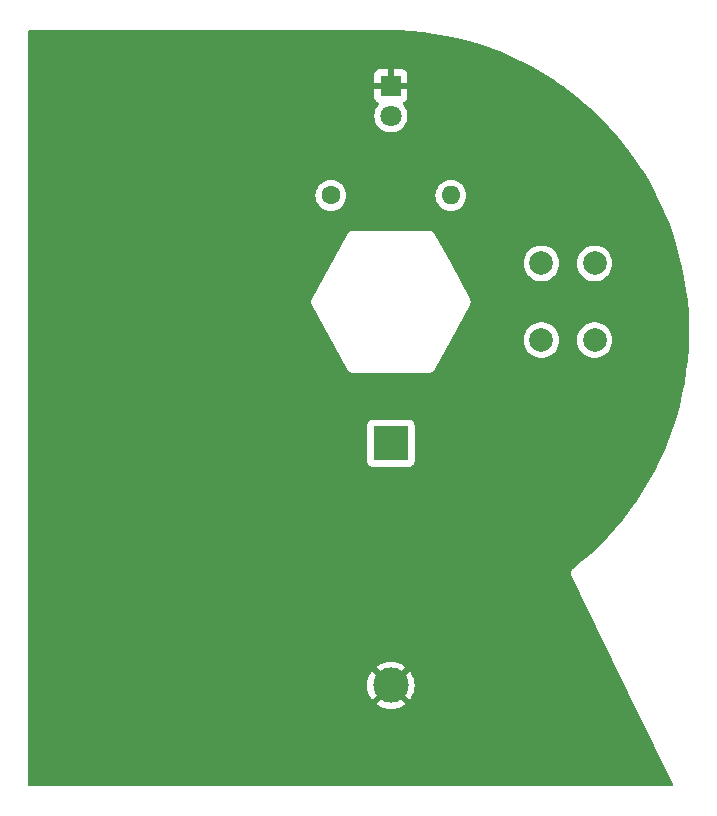
<source format=gbr>
%TF.GenerationSoftware,KiCad,Pcbnew,8.0.1-8.0.1-0~ubuntu20.04.1*%
%TF.CreationDate,2024-04-26T13:56:55+02:00*%
%TF.ProjectId,reaktor51_led,7265616b-746f-4723-9531-5f6c65642e6b,1*%
%TF.SameCoordinates,Original*%
%TF.FileFunction,Copper,L2,Bot*%
%TF.FilePolarity,Positive*%
%FSLAX46Y46*%
G04 Gerber Fmt 4.6, Leading zero omitted, Abs format (unit mm)*
G04 Created by KiCad (PCBNEW 8.0.1-8.0.1-0~ubuntu20.04.1) date 2024-04-26 13:56:55*
%MOMM*%
%LPD*%
G01*
G04 APERTURE LIST*
%TA.AperFunction,ComponentPad*%
%ADD10C,2.000000*%
%TD*%
%TA.AperFunction,ComponentPad*%
%ADD11R,3.000000X3.000000*%
%TD*%
%TA.AperFunction,ComponentPad*%
%ADD12C,3.000000*%
%TD*%
%TA.AperFunction,ComponentPad*%
%ADD13C,1.600000*%
%TD*%
%TA.AperFunction,ComponentPad*%
%ADD14O,1.600000X1.600000*%
%TD*%
%TA.AperFunction,ComponentPad*%
%ADD15R,1.800000X1.800000*%
%TD*%
%TA.AperFunction,ComponentPad*%
%ADD16C,1.800000*%
%TD*%
G04 APERTURE END LIST*
D10*
%TO.P,SW1,1,1*%
%TO.N,Net-(BT1-+)*%
X174000000Y-71750000D03*
X174000000Y-65250000D03*
%TO.P,SW1,2,2*%
%TO.N,Net-(R1-Pad2)*%
X178500000Y-71750000D03*
X178500000Y-65250000D03*
%TD*%
D11*
%TO.P,BT1,1,+*%
%TO.N,Net-(BT1-+)*%
X161250000Y-80500000D03*
D12*
%TO.P,BT1,2,-*%
%TO.N,GND*%
X161250000Y-100990000D03*
%TD*%
D13*
%TO.P,R1,1*%
%TO.N,Net-(D1-A)*%
X156170000Y-59500000D03*
D14*
%TO.P,R1,2*%
%TO.N,Net-(R1-Pad2)*%
X166330000Y-59500000D03*
%TD*%
D15*
%TO.P,D1,1,K*%
%TO.N,GND*%
X161250000Y-50225000D03*
D16*
%TO.P,D1,2,A*%
%TO.N,Net-(D1-A)*%
X161250000Y-52765000D03*
%TD*%
%TA.AperFunction,Conductor*%
%TO.N,GND*%
G36*
X161001187Y-45500523D02*
G01*
X161985030Y-45519578D01*
X161989779Y-45519763D01*
X162970943Y-45576831D01*
X162975727Y-45577202D01*
X163953927Y-45672218D01*
X163958664Y-45672772D01*
X164932447Y-45805595D01*
X164937188Y-45806336D01*
X165905079Y-45976764D01*
X165909794Y-45977688D01*
X166870388Y-46185474D01*
X166875032Y-46186573D01*
X167826881Y-46431405D01*
X167831442Y-46432672D01*
X168773136Y-46714190D01*
X168777644Y-46715634D01*
X169707672Y-47033386D01*
X169712158Y-47035015D01*
X170629199Y-47388547D01*
X170633621Y-47390351D01*
X171536286Y-47779129D01*
X171540621Y-47781097D01*
X171853662Y-47930549D01*
X172427518Y-48204519D01*
X172431811Y-48206671D01*
X172776398Y-48387889D01*
X173301696Y-48664144D01*
X173305867Y-48666443D01*
X174157322Y-49157221D01*
X174161436Y-49159699D01*
X174993301Y-49683112D01*
X174997281Y-49685726D01*
X175419795Y-49975000D01*
X175808212Y-50240930D01*
X175812122Y-50243719D01*
X176600976Y-50829930D01*
X176604774Y-50832869D01*
X177370305Y-51449162D01*
X177373957Y-51452220D01*
X177694134Y-51731087D01*
X178115079Y-52097720D01*
X178118639Y-52100944D01*
X178834188Y-52774637D01*
X178837620Y-52777996D01*
X179526544Y-53478890D01*
X179529844Y-53482380D01*
X179698826Y-53668171D01*
X180116413Y-54127298D01*
X180191103Y-54209417D01*
X180194265Y-54213031D01*
X180826906Y-54965165D01*
X180829925Y-54968900D01*
X181432924Y-55744911D01*
X181435797Y-55748759D01*
X182008319Y-56547573D01*
X182011041Y-56551530D01*
X182552211Y-57371928D01*
X182554776Y-57375987D01*
X183063762Y-58216709D01*
X183066145Y-58220823D01*
X183542213Y-59080656D01*
X183544433Y-59084855D01*
X183978789Y-59946488D01*
X183986839Y-59962457D01*
X183988917Y-59966786D01*
X184397012Y-60860869D01*
X184398921Y-60865276D01*
X184772078Y-61774466D01*
X184773815Y-61778944D01*
X185111484Y-62701902D01*
X185113046Y-62706443D01*
X185414717Y-63641759D01*
X185416103Y-63646357D01*
X185681343Y-64592705D01*
X185682549Y-64597354D01*
X185910932Y-65553206D01*
X185911958Y-65557897D01*
X186103166Y-66521924D01*
X186104009Y-66526652D01*
X186257743Y-67497348D01*
X186258402Y-67502105D01*
X186374432Y-68478027D01*
X186374906Y-68482806D01*
X186453057Y-69462471D01*
X186453346Y-69467265D01*
X186493504Y-70449209D01*
X186493608Y-70454011D01*
X186495711Y-71436823D01*
X186495628Y-71441624D01*
X186459675Y-72423757D01*
X186459406Y-72428552D01*
X186385449Y-73408540D01*
X186384995Y-73413321D01*
X186273145Y-74389727D01*
X186272506Y-74394487D01*
X186122935Y-75365803D01*
X186122113Y-75370535D01*
X185935030Y-76335391D01*
X185934024Y-76340087D01*
X185709734Y-77296914D01*
X185708548Y-77301567D01*
X185447367Y-78249023D01*
X185446001Y-78253628D01*
X185148329Y-79190257D01*
X185146786Y-79194804D01*
X184813081Y-80119169D01*
X184811364Y-80123654D01*
X184442089Y-81034469D01*
X184440198Y-81038884D01*
X184035950Y-81934674D01*
X184033890Y-81939012D01*
X183595265Y-82818463D01*
X183593039Y-82822719D01*
X183120675Y-83684550D01*
X183118286Y-83688716D01*
X182612898Y-84531620D01*
X182610349Y-84535690D01*
X182072704Y-85358386D01*
X182069999Y-85362354D01*
X181500921Y-86163586D01*
X181498065Y-86167447D01*
X180898381Y-86946050D01*
X180895378Y-86949798D01*
X180265962Y-87704635D01*
X180262815Y-87708263D01*
X179604675Y-88438124D01*
X179601391Y-88441627D01*
X178915473Y-89145466D01*
X178912055Y-89148840D01*
X178199397Y-89825590D01*
X178195851Y-89828829D01*
X177457531Y-90477468D01*
X177453862Y-90480568D01*
X176737697Y-91062188D01*
X176725320Y-91070079D01*
X176725599Y-91070502D01*
X176718817Y-91074981D01*
X176681281Y-91107546D01*
X176676319Y-91111631D01*
X176637153Y-91142200D01*
X176637149Y-91142204D01*
X176637076Y-91142302D01*
X176619371Y-91161262D01*
X176619278Y-91161341D01*
X176619273Y-91161347D01*
X176591442Y-91202520D01*
X176587708Y-91207747D01*
X176557793Y-91247407D01*
X176557791Y-91247410D01*
X176557749Y-91247515D01*
X176545547Y-91270425D01*
X176545478Y-91270526D01*
X176529259Y-91317482D01*
X176527003Y-91323502D01*
X176508365Y-91369569D01*
X176508365Y-91369571D01*
X176508350Y-91369693D01*
X176502493Y-91394977D01*
X176502453Y-91395090D01*
X176502453Y-91395093D01*
X176498938Y-91444664D01*
X176498317Y-91451065D01*
X176492239Y-91500360D01*
X176492240Y-91500368D01*
X176492255Y-91500475D01*
X176493143Y-91526428D01*
X176493135Y-91526538D01*
X176493135Y-91526550D01*
X176502565Y-91575309D01*
X176503623Y-91581655D01*
X176510515Y-91630876D01*
X176510560Y-91630980D01*
X176518133Y-91655813D01*
X176518155Y-91655929D01*
X176518156Y-91655933D01*
X176539900Y-91700623D01*
X176542560Y-91706472D01*
X176561948Y-91752209D01*
X176562012Y-91752291D01*
X176575765Y-91774335D01*
X182025265Y-102974699D01*
X185113159Y-109321249D01*
X185124788Y-109390144D01*
X185097324Y-109454389D01*
X185039487Y-109493588D01*
X185001656Y-109499500D01*
X130624500Y-109499500D01*
X130557461Y-109479815D01*
X130511706Y-109427011D01*
X130500500Y-109375500D01*
X130500500Y-100990001D01*
X159244891Y-100990001D01*
X159265300Y-101275362D01*
X159326109Y-101554895D01*
X159426091Y-101822958D01*
X159563191Y-102074038D01*
X159563196Y-102074046D01*
X159669882Y-102216561D01*
X159669883Y-102216562D01*
X160572421Y-101314024D01*
X160585359Y-101345258D01*
X160667437Y-101468097D01*
X160771903Y-101572563D01*
X160894742Y-101654641D01*
X160925974Y-101667578D01*
X160023436Y-102570115D01*
X160165960Y-102676807D01*
X160165961Y-102676808D01*
X160417042Y-102813908D01*
X160417041Y-102813908D01*
X160685104Y-102913890D01*
X160964637Y-102974699D01*
X161249999Y-102995109D01*
X161250001Y-102995109D01*
X161535362Y-102974699D01*
X161814895Y-102913890D01*
X162082958Y-102813908D01*
X162334047Y-102676803D01*
X162476561Y-102570116D01*
X162476562Y-102570115D01*
X161574025Y-101667577D01*
X161605258Y-101654641D01*
X161728097Y-101572563D01*
X161832563Y-101468097D01*
X161914641Y-101345258D01*
X161927578Y-101314025D01*
X162830115Y-102216562D01*
X162830116Y-102216561D01*
X162936803Y-102074047D01*
X163073908Y-101822958D01*
X163173890Y-101554895D01*
X163234699Y-101275362D01*
X163255109Y-100990001D01*
X163255109Y-100989998D01*
X163234699Y-100704637D01*
X163173890Y-100425104D01*
X163073908Y-100157041D01*
X162936808Y-99905961D01*
X162936807Y-99905960D01*
X162830115Y-99763436D01*
X161927577Y-100665973D01*
X161914641Y-100634742D01*
X161832563Y-100511903D01*
X161728097Y-100407437D01*
X161605258Y-100325359D01*
X161574024Y-100312421D01*
X162476562Y-99409883D01*
X162476561Y-99409882D01*
X162334046Y-99303196D01*
X162334038Y-99303191D01*
X162082957Y-99166091D01*
X162082958Y-99166091D01*
X161814895Y-99066109D01*
X161535362Y-99005300D01*
X161250001Y-98984891D01*
X161249999Y-98984891D01*
X160964637Y-99005300D01*
X160685104Y-99066109D01*
X160417041Y-99166091D01*
X160165961Y-99303191D01*
X160165953Y-99303196D01*
X160023437Y-99409882D01*
X160023436Y-99409883D01*
X160925975Y-100312421D01*
X160894742Y-100325359D01*
X160771903Y-100407437D01*
X160667437Y-100511903D01*
X160585359Y-100634742D01*
X160572421Y-100665974D01*
X159669883Y-99763436D01*
X159669882Y-99763437D01*
X159563196Y-99905953D01*
X159563191Y-99905961D01*
X159426091Y-100157041D01*
X159326109Y-100425104D01*
X159265300Y-100704637D01*
X159244891Y-100989998D01*
X159244891Y-100990001D01*
X130500500Y-100990001D01*
X130500500Y-82047870D01*
X159249500Y-82047870D01*
X159249501Y-82047876D01*
X159255908Y-82107483D01*
X159306202Y-82242328D01*
X159306206Y-82242335D01*
X159392452Y-82357544D01*
X159392455Y-82357547D01*
X159507664Y-82443793D01*
X159507671Y-82443797D01*
X159642517Y-82494091D01*
X159642516Y-82494091D01*
X159649444Y-82494835D01*
X159702127Y-82500500D01*
X162797872Y-82500499D01*
X162857483Y-82494091D01*
X162992331Y-82443796D01*
X163107546Y-82357546D01*
X163193796Y-82242331D01*
X163244091Y-82107483D01*
X163250500Y-82047873D01*
X163250499Y-78952128D01*
X163244091Y-78892517D01*
X163193796Y-78757669D01*
X163193795Y-78757668D01*
X163193793Y-78757664D01*
X163107547Y-78642455D01*
X163107544Y-78642452D01*
X162992335Y-78556206D01*
X162992328Y-78556202D01*
X162857482Y-78505908D01*
X162857483Y-78505908D01*
X162797883Y-78499501D01*
X162797881Y-78499500D01*
X162797873Y-78499500D01*
X162797864Y-78499500D01*
X159702129Y-78499500D01*
X159702123Y-78499501D01*
X159642516Y-78505908D01*
X159507671Y-78556202D01*
X159507664Y-78556206D01*
X159392455Y-78642452D01*
X159392452Y-78642455D01*
X159306206Y-78757664D01*
X159306202Y-78757671D01*
X159255908Y-78892517D01*
X159249501Y-78952116D01*
X159249501Y-78952123D01*
X159249500Y-78952135D01*
X159249500Y-82047870D01*
X130500500Y-82047870D01*
X130500500Y-68553735D01*
X154498048Y-68553735D01*
X154498500Y-68557950D01*
X154500590Y-68573824D01*
X154501244Y-68578009D01*
X154515564Y-68626696D01*
X154517119Y-68632502D01*
X154529059Y-68681816D01*
X154530572Y-68685734D01*
X154536735Y-68700614D01*
X154538431Y-68704441D01*
X154564858Y-68747754D01*
X154567865Y-68752961D01*
X157525221Y-74174779D01*
X157530923Y-74186703D01*
X157533609Y-74193188D01*
X157562778Y-74243710D01*
X157564228Y-74246293D01*
X157579332Y-74273983D01*
X157592166Y-74297513D01*
X157595801Y-74302494D01*
X157599498Y-74307312D01*
X157640721Y-74348535D01*
X157642821Y-74350686D01*
X157683066Y-74392932D01*
X157687823Y-74396768D01*
X157692683Y-74400497D01*
X157692686Y-74400500D01*
X157743209Y-74429669D01*
X157745772Y-74431191D01*
X157795561Y-74461570D01*
X157795563Y-74461570D01*
X157801134Y-74464038D01*
X157806808Y-74466389D01*
X157806814Y-74466392D01*
X157863210Y-74481502D01*
X157865979Y-74482280D01*
X157921991Y-74498755D01*
X157921997Y-74498755D01*
X157928049Y-74499701D01*
X157934107Y-74500499D01*
X157934108Y-74500500D01*
X157992400Y-74500500D01*
X157995406Y-74500535D01*
X158053736Y-74501951D01*
X158053744Y-74501949D01*
X158060700Y-74501205D01*
X158073905Y-74500500D01*
X164426095Y-74500500D01*
X164439300Y-74501205D01*
X164446256Y-74501949D01*
X164446264Y-74501951D01*
X164504593Y-74500535D01*
X164507600Y-74500500D01*
X164565889Y-74500500D01*
X164565892Y-74500500D01*
X164565894Y-74500499D01*
X164571936Y-74499703D01*
X164577996Y-74498755D01*
X164578009Y-74498755D01*
X164634027Y-74482277D01*
X164636780Y-74481504D01*
X164693186Y-74466392D01*
X164693196Y-74466386D01*
X164698880Y-74464031D01*
X164704436Y-74461571D01*
X164704436Y-74461570D01*
X164704439Y-74461570D01*
X164754254Y-74431174D01*
X164756790Y-74429669D01*
X164807314Y-74400500D01*
X164807317Y-74400497D01*
X164812137Y-74396799D01*
X164816928Y-74392934D01*
X164816936Y-74392930D01*
X164857218Y-74350643D01*
X164859237Y-74348575D01*
X164900500Y-74307314D01*
X164900501Y-74307311D01*
X164904220Y-74302464D01*
X164907828Y-74297517D01*
X164907834Y-74297512D01*
X164935783Y-74246268D01*
X164937204Y-74243737D01*
X164966392Y-74193186D01*
X164966393Y-74193179D01*
X164969069Y-74186719D01*
X164974770Y-74174791D01*
X166297381Y-71750005D01*
X172494357Y-71750005D01*
X172514890Y-71997812D01*
X172514892Y-71997824D01*
X172575936Y-72238881D01*
X172675826Y-72466606D01*
X172811833Y-72674782D01*
X172811836Y-72674785D01*
X172980256Y-72857738D01*
X173176491Y-73010474D01*
X173395190Y-73128828D01*
X173630386Y-73209571D01*
X173875665Y-73250500D01*
X174124335Y-73250500D01*
X174369614Y-73209571D01*
X174604810Y-73128828D01*
X174823509Y-73010474D01*
X175019744Y-72857738D01*
X175188164Y-72674785D01*
X175324173Y-72466607D01*
X175424063Y-72238881D01*
X175485108Y-71997821D01*
X175505643Y-71750005D01*
X176994357Y-71750005D01*
X177014890Y-71997812D01*
X177014892Y-71997824D01*
X177075936Y-72238881D01*
X177175826Y-72466606D01*
X177311833Y-72674782D01*
X177311836Y-72674785D01*
X177480256Y-72857738D01*
X177676491Y-73010474D01*
X177895190Y-73128828D01*
X178130386Y-73209571D01*
X178375665Y-73250500D01*
X178624335Y-73250500D01*
X178869614Y-73209571D01*
X179104810Y-73128828D01*
X179323509Y-73010474D01*
X179519744Y-72857738D01*
X179688164Y-72674785D01*
X179824173Y-72466607D01*
X179924063Y-72238881D01*
X179985108Y-71997821D01*
X180005643Y-71750000D01*
X179985108Y-71502179D01*
X179924063Y-71261119D01*
X179824173Y-71033393D01*
X179688166Y-70825217D01*
X179666557Y-70801744D01*
X179519744Y-70642262D01*
X179323509Y-70489526D01*
X179323507Y-70489525D01*
X179323506Y-70489524D01*
X179104811Y-70371172D01*
X179104802Y-70371169D01*
X178869616Y-70290429D01*
X178624335Y-70249500D01*
X178375665Y-70249500D01*
X178130383Y-70290429D01*
X177895197Y-70371169D01*
X177895188Y-70371172D01*
X177676493Y-70489524D01*
X177480257Y-70642261D01*
X177311833Y-70825217D01*
X177175826Y-71033393D01*
X177075936Y-71261118D01*
X177014892Y-71502175D01*
X177014890Y-71502187D01*
X176994357Y-71749994D01*
X176994357Y-71750005D01*
X175505643Y-71750005D01*
X175505643Y-71750000D01*
X175485108Y-71502179D01*
X175424063Y-71261119D01*
X175324173Y-71033393D01*
X175188166Y-70825217D01*
X175166557Y-70801744D01*
X175019744Y-70642262D01*
X174823509Y-70489526D01*
X174823507Y-70489525D01*
X174823506Y-70489524D01*
X174604811Y-70371172D01*
X174604802Y-70371169D01*
X174369616Y-70290429D01*
X174124335Y-70249500D01*
X173875665Y-70249500D01*
X173630383Y-70290429D01*
X173395197Y-70371169D01*
X173395188Y-70371172D01*
X173176493Y-70489524D01*
X172980257Y-70642261D01*
X172811833Y-70825217D01*
X172675826Y-71033393D01*
X172575936Y-71261118D01*
X172514892Y-71502175D01*
X172514890Y-71502187D01*
X172494357Y-71749994D01*
X172494357Y-71750005D01*
X166297381Y-71750005D01*
X167932154Y-68752922D01*
X167935099Y-68747820D01*
X167961570Y-68704439D01*
X167961571Y-68704433D01*
X167963314Y-68700500D01*
X167969392Y-68685825D01*
X167970938Y-68681821D01*
X167970938Y-68681820D01*
X167970939Y-68681819D01*
X167982887Y-68632470D01*
X167984424Y-68626733D01*
X167998755Y-68578009D01*
X167998755Y-68578005D01*
X167999417Y-68573771D01*
X168001496Y-68557989D01*
X168001951Y-68553736D01*
X168000720Y-68503010D01*
X168000720Y-68496990D01*
X168001951Y-68446266D01*
X168001498Y-68442036D01*
X167999416Y-68426221D01*
X167998755Y-68421997D01*
X167998755Y-68421991D01*
X167984436Y-68373305D01*
X167982880Y-68367499D01*
X167970939Y-68318183D01*
X167970939Y-68318181D01*
X167970936Y-68318177D01*
X167969405Y-68314209D01*
X167963288Y-68299441D01*
X167961570Y-68295560D01*
X167935135Y-68252236D01*
X167932130Y-68247032D01*
X166297388Y-65250005D01*
X172494357Y-65250005D01*
X172514890Y-65497812D01*
X172514892Y-65497824D01*
X172575936Y-65738881D01*
X172675826Y-65966606D01*
X172811833Y-66174782D01*
X172811836Y-66174785D01*
X172980256Y-66357738D01*
X173176491Y-66510474D01*
X173395190Y-66628828D01*
X173630386Y-66709571D01*
X173875665Y-66750500D01*
X174124335Y-66750500D01*
X174369614Y-66709571D01*
X174604810Y-66628828D01*
X174823509Y-66510474D01*
X175019744Y-66357738D01*
X175188164Y-66174785D01*
X175324173Y-65966607D01*
X175424063Y-65738881D01*
X175485108Y-65497821D01*
X175485109Y-65497812D01*
X175505643Y-65250005D01*
X176994357Y-65250005D01*
X177014890Y-65497812D01*
X177014892Y-65497824D01*
X177075936Y-65738881D01*
X177175826Y-65966606D01*
X177311833Y-66174782D01*
X177311836Y-66174785D01*
X177480256Y-66357738D01*
X177676491Y-66510474D01*
X177895190Y-66628828D01*
X178130386Y-66709571D01*
X178375665Y-66750500D01*
X178624335Y-66750500D01*
X178869614Y-66709571D01*
X179104810Y-66628828D01*
X179323509Y-66510474D01*
X179519744Y-66357738D01*
X179688164Y-66174785D01*
X179824173Y-65966607D01*
X179924063Y-65738881D01*
X179985108Y-65497821D01*
X179985109Y-65497812D01*
X180005643Y-65250005D01*
X180005643Y-65249994D01*
X179985109Y-65002187D01*
X179985107Y-65002175D01*
X179924063Y-64761118D01*
X179824173Y-64533393D01*
X179688166Y-64325217D01*
X179666557Y-64301744D01*
X179519744Y-64142262D01*
X179323509Y-63989526D01*
X179323507Y-63989525D01*
X179323506Y-63989524D01*
X179104811Y-63871172D01*
X179104802Y-63871169D01*
X178869616Y-63790429D01*
X178624335Y-63749500D01*
X178375665Y-63749500D01*
X178130383Y-63790429D01*
X177895197Y-63871169D01*
X177895188Y-63871172D01*
X177676493Y-63989524D01*
X177480257Y-64142261D01*
X177311833Y-64325217D01*
X177175826Y-64533393D01*
X177075936Y-64761118D01*
X177014892Y-65002175D01*
X177014890Y-65002187D01*
X176994357Y-65249994D01*
X176994357Y-65250005D01*
X175505643Y-65250005D01*
X175505643Y-65249994D01*
X175485109Y-65002187D01*
X175485107Y-65002175D01*
X175424063Y-64761118D01*
X175324173Y-64533393D01*
X175188166Y-64325217D01*
X175166557Y-64301744D01*
X175019744Y-64142262D01*
X174823509Y-63989526D01*
X174823507Y-63989525D01*
X174823506Y-63989524D01*
X174604811Y-63871172D01*
X174604802Y-63871169D01*
X174369616Y-63790429D01*
X174124335Y-63749500D01*
X173875665Y-63749500D01*
X173630383Y-63790429D01*
X173395197Y-63871169D01*
X173395188Y-63871172D01*
X173176493Y-63989524D01*
X172980257Y-64142261D01*
X172811833Y-64325217D01*
X172675826Y-64533393D01*
X172575936Y-64761118D01*
X172514892Y-65002175D01*
X172514890Y-65002187D01*
X172494357Y-65249994D01*
X172494357Y-65250005D01*
X166297388Y-65250005D01*
X164974775Y-62825214D01*
X164969072Y-62813285D01*
X164966392Y-62806813D01*
X164937228Y-62756302D01*
X164935776Y-62753717D01*
X164907834Y-62702488D01*
X164907832Y-62702485D01*
X164907831Y-62702484D01*
X164904240Y-62697562D01*
X164900501Y-62692688D01*
X164900500Y-62692686D01*
X164900498Y-62692684D01*
X164900495Y-62692680D01*
X164859278Y-62651464D01*
X164857176Y-62649311D01*
X164816934Y-62607068D01*
X164812221Y-62603266D01*
X164807310Y-62599497D01*
X164756813Y-62570343D01*
X164754227Y-62568808D01*
X164704439Y-62538430D01*
X164698829Y-62535944D01*
X164693188Y-62533608D01*
X164636836Y-62518509D01*
X164633942Y-62517695D01*
X164578012Y-62501245D01*
X164571974Y-62500300D01*
X164565895Y-62499500D01*
X164565892Y-62499500D01*
X164507600Y-62499500D01*
X164504593Y-62499464D01*
X164446264Y-62498049D01*
X164439300Y-62498795D01*
X164426095Y-62499500D01*
X158073905Y-62499500D01*
X158060700Y-62498795D01*
X158053736Y-62498049D01*
X158053735Y-62498049D01*
X157995407Y-62499464D01*
X157992400Y-62499500D01*
X157934104Y-62499500D01*
X157928046Y-62500296D01*
X157921994Y-62501244D01*
X157866067Y-62517693D01*
X157863175Y-62518505D01*
X157806814Y-62533607D01*
X157801169Y-62535945D01*
X157795555Y-62538432D01*
X157745745Y-62568823D01*
X157743162Y-62570356D01*
X157692690Y-62599496D01*
X157687810Y-62603240D01*
X157683064Y-62607069D01*
X157642821Y-62649312D01*
X157640724Y-62651460D01*
X157599498Y-62692687D01*
X157595760Y-62697557D01*
X157592168Y-62702482D01*
X157564240Y-62753683D01*
X157562769Y-62756304D01*
X157533608Y-62806811D01*
X157530923Y-62813295D01*
X157525222Y-62825217D01*
X154567868Y-68247032D01*
X154564863Y-68252237D01*
X154538429Y-68295561D01*
X154536745Y-68299363D01*
X154530572Y-68314266D01*
X154529060Y-68318183D01*
X154517117Y-68367504D01*
X154515562Y-68373305D01*
X154501246Y-68421984D01*
X154500588Y-68426187D01*
X154498492Y-68442112D01*
X154498048Y-68446257D01*
X154499279Y-68496994D01*
X154499279Y-68503006D01*
X154498048Y-68553735D01*
X130500500Y-68553735D01*
X130500500Y-59500001D01*
X154864532Y-59500001D01*
X154884364Y-59726686D01*
X154884366Y-59726697D01*
X154943258Y-59946488D01*
X154943261Y-59946497D01*
X155039431Y-60152732D01*
X155039432Y-60152734D01*
X155169954Y-60339141D01*
X155330858Y-60500045D01*
X155330861Y-60500047D01*
X155517266Y-60630568D01*
X155723504Y-60726739D01*
X155943308Y-60785635D01*
X156105230Y-60799801D01*
X156169998Y-60805468D01*
X156170000Y-60805468D01*
X156170002Y-60805468D01*
X156226673Y-60800509D01*
X156396692Y-60785635D01*
X156616496Y-60726739D01*
X156822734Y-60630568D01*
X157009139Y-60500047D01*
X157170047Y-60339139D01*
X157300568Y-60152734D01*
X157396739Y-59946496D01*
X157455635Y-59726692D01*
X157475468Y-59500001D01*
X165024532Y-59500001D01*
X165044364Y-59726686D01*
X165044366Y-59726697D01*
X165103258Y-59946488D01*
X165103261Y-59946497D01*
X165199431Y-60152732D01*
X165199432Y-60152734D01*
X165329954Y-60339141D01*
X165490858Y-60500045D01*
X165490861Y-60500047D01*
X165677266Y-60630568D01*
X165883504Y-60726739D01*
X166103308Y-60785635D01*
X166265230Y-60799801D01*
X166329998Y-60805468D01*
X166330000Y-60805468D01*
X166330002Y-60805468D01*
X166386673Y-60800509D01*
X166556692Y-60785635D01*
X166776496Y-60726739D01*
X166982734Y-60630568D01*
X167169139Y-60500047D01*
X167330047Y-60339139D01*
X167460568Y-60152734D01*
X167556739Y-59946496D01*
X167615635Y-59726692D01*
X167635468Y-59500000D01*
X167615635Y-59273308D01*
X167556739Y-59053504D01*
X167460568Y-58847266D01*
X167362839Y-58707693D01*
X167330045Y-58660858D01*
X167169141Y-58499954D01*
X166982734Y-58369432D01*
X166982732Y-58369431D01*
X166776497Y-58273261D01*
X166776488Y-58273258D01*
X166556697Y-58214366D01*
X166556693Y-58214365D01*
X166556692Y-58214365D01*
X166556691Y-58214364D01*
X166556686Y-58214364D01*
X166330002Y-58194532D01*
X166329998Y-58194532D01*
X166103313Y-58214364D01*
X166103302Y-58214366D01*
X165883511Y-58273258D01*
X165883502Y-58273261D01*
X165677267Y-58369431D01*
X165677265Y-58369432D01*
X165490858Y-58499954D01*
X165329954Y-58660858D01*
X165199432Y-58847265D01*
X165199431Y-58847267D01*
X165103261Y-59053502D01*
X165103258Y-59053511D01*
X165044366Y-59273302D01*
X165044364Y-59273313D01*
X165024532Y-59499998D01*
X165024532Y-59500001D01*
X157475468Y-59500001D01*
X157475468Y-59500000D01*
X157455635Y-59273308D01*
X157396739Y-59053504D01*
X157300568Y-58847266D01*
X157202839Y-58707693D01*
X157170045Y-58660858D01*
X157009141Y-58499954D01*
X156822734Y-58369432D01*
X156822732Y-58369431D01*
X156616497Y-58273261D01*
X156616488Y-58273258D01*
X156396697Y-58214366D01*
X156396693Y-58214365D01*
X156396692Y-58214365D01*
X156396691Y-58214364D01*
X156396686Y-58214364D01*
X156170002Y-58194532D01*
X156169998Y-58194532D01*
X155943313Y-58214364D01*
X155943302Y-58214366D01*
X155723511Y-58273258D01*
X155723502Y-58273261D01*
X155517267Y-58369431D01*
X155517265Y-58369432D01*
X155330858Y-58499954D01*
X155169954Y-58660858D01*
X155039432Y-58847265D01*
X155039431Y-58847267D01*
X154943261Y-59053502D01*
X154943258Y-59053511D01*
X154884366Y-59273302D01*
X154884364Y-59273313D01*
X154864532Y-59499998D01*
X154864532Y-59500001D01*
X130500500Y-59500001D01*
X130500500Y-52765006D01*
X159844700Y-52765006D01*
X159863864Y-52996297D01*
X159863866Y-52996308D01*
X159920842Y-53221300D01*
X160014075Y-53433848D01*
X160141016Y-53628147D01*
X160141019Y-53628151D01*
X160141021Y-53628153D01*
X160298216Y-53798913D01*
X160298219Y-53798915D01*
X160298222Y-53798918D01*
X160481365Y-53941464D01*
X160481371Y-53941468D01*
X160481374Y-53941470D01*
X160685497Y-54051936D01*
X160799487Y-54091068D01*
X160905015Y-54127297D01*
X160905017Y-54127297D01*
X160905019Y-54127298D01*
X161133951Y-54165500D01*
X161133952Y-54165500D01*
X161366048Y-54165500D01*
X161366049Y-54165500D01*
X161594981Y-54127298D01*
X161814503Y-54051936D01*
X162018626Y-53941470D01*
X162201784Y-53798913D01*
X162358979Y-53628153D01*
X162485924Y-53433849D01*
X162579157Y-53221300D01*
X162636134Y-52996305D01*
X162642772Y-52916195D01*
X162655300Y-52765006D01*
X162655300Y-52764993D01*
X162636135Y-52533702D01*
X162636133Y-52533691D01*
X162579157Y-52308699D01*
X162485924Y-52096151D01*
X162358981Y-51901849D01*
X162263832Y-51798489D01*
X162232910Y-51735835D01*
X162240770Y-51666409D01*
X162284918Y-51612253D01*
X162311730Y-51598325D01*
X162392084Y-51568355D01*
X162392093Y-51568350D01*
X162507187Y-51482190D01*
X162507190Y-51482187D01*
X162593350Y-51367093D01*
X162593354Y-51367086D01*
X162643596Y-51232379D01*
X162643598Y-51232372D01*
X162649999Y-51172844D01*
X162650000Y-51172827D01*
X162650000Y-50475000D01*
X161625278Y-50475000D01*
X161669333Y-50398694D01*
X161700000Y-50284244D01*
X161700000Y-50165756D01*
X161669333Y-50051306D01*
X161625278Y-49975000D01*
X162650000Y-49975000D01*
X162650000Y-49277172D01*
X162649999Y-49277155D01*
X162643598Y-49217627D01*
X162643596Y-49217620D01*
X162593354Y-49082913D01*
X162593350Y-49082906D01*
X162507190Y-48967812D01*
X162507187Y-48967809D01*
X162392093Y-48881649D01*
X162392086Y-48881645D01*
X162257379Y-48831403D01*
X162257372Y-48831401D01*
X162197844Y-48825000D01*
X161500000Y-48825000D01*
X161500000Y-49849722D01*
X161423694Y-49805667D01*
X161309244Y-49775000D01*
X161190756Y-49775000D01*
X161076306Y-49805667D01*
X161000000Y-49849722D01*
X161000000Y-48825000D01*
X160302155Y-48825000D01*
X160242627Y-48831401D01*
X160242620Y-48831403D01*
X160107913Y-48881645D01*
X160107906Y-48881649D01*
X159992812Y-48967809D01*
X159992809Y-48967812D01*
X159906649Y-49082906D01*
X159906645Y-49082913D01*
X159856403Y-49217620D01*
X159856401Y-49217627D01*
X159850000Y-49277155D01*
X159850000Y-49975000D01*
X160874722Y-49975000D01*
X160830667Y-50051306D01*
X160800000Y-50165756D01*
X160800000Y-50284244D01*
X160830667Y-50398694D01*
X160874722Y-50475000D01*
X159850000Y-50475000D01*
X159850000Y-51172844D01*
X159856401Y-51232372D01*
X159856403Y-51232379D01*
X159906645Y-51367086D01*
X159906649Y-51367093D01*
X159992809Y-51482187D01*
X159992812Y-51482190D01*
X160107906Y-51568350D01*
X160107913Y-51568354D01*
X160188270Y-51598325D01*
X160244204Y-51640196D01*
X160268621Y-51705660D01*
X160253770Y-51773933D01*
X160236168Y-51798489D01*
X160141021Y-51901847D01*
X160141019Y-51901848D01*
X160141016Y-51901853D01*
X160014075Y-52096151D01*
X159920842Y-52308699D01*
X159863866Y-52533691D01*
X159863864Y-52533702D01*
X159844700Y-52764993D01*
X159844700Y-52765006D01*
X130500500Y-52765006D01*
X130500500Y-45624500D01*
X130520185Y-45557461D01*
X130572989Y-45511706D01*
X130624500Y-45500500D01*
X160934108Y-45500500D01*
X160998786Y-45500500D01*
X161001187Y-45500523D01*
G37*
%TD.AperFunction*%
%TD*%
M02*

</source>
